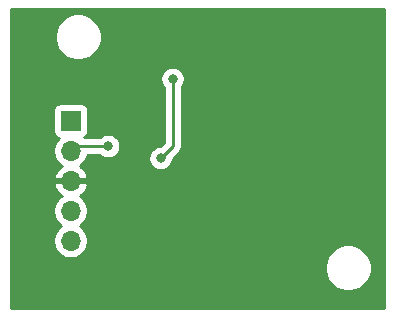
<source format=gbr>
%TF.GenerationSoftware,KiCad,Pcbnew,5.1.6-c6e7f7d~87~ubuntu18.04.1*%
%TF.CreationDate,2021-12-13T20:44:13-08:00*%
%TF.ProjectId,non-contact-voltage-sensor,6e6f6e2d-636f-46e7-9461-63742d766f6c,rev?*%
%TF.SameCoordinates,Original*%
%TF.FileFunction,Copper,L2,Bot*%
%TF.FilePolarity,Positive*%
%FSLAX46Y46*%
G04 Gerber Fmt 4.6, Leading zero omitted, Abs format (unit mm)*
G04 Created by KiCad (PCBNEW 5.1.6-c6e7f7d~87~ubuntu18.04.1) date 2021-12-13 20:44:13*
%MOMM*%
%LPD*%
G01*
G04 APERTURE LIST*
%TA.AperFunction,ComponentPad*%
%ADD10O,1.700000X1.700000*%
%TD*%
%TA.AperFunction,ComponentPad*%
%ADD11R,1.700000X1.700000*%
%TD*%
%TA.AperFunction,ViaPad*%
%ADD12C,0.800000*%
%TD*%
%TA.AperFunction,Conductor*%
%ADD13C,0.250000*%
%TD*%
%TA.AperFunction,Conductor*%
%ADD14C,0.254000*%
%TD*%
G04 APERTURE END LIST*
D10*
%TO.P,J1,5*%
%TO.N,/Coil*%
X149225000Y-104140000D03*
%TO.P,J1,4*%
%TO.N,+9V*%
X149225000Y-101600000D03*
%TO.P,J1,3*%
%TO.N,GND*%
X149225000Y-99060000D03*
%TO.P,J1,2*%
%TO.N,/SP+*%
X149225000Y-96520000D03*
D11*
%TO.P,J1,1*%
%TO.N,/SP-*%
X149225000Y-93980000D03*
%TD*%
D12*
%TO.N,Net-(C1-Pad1)*%
X157861000Y-90424000D03*
X156845000Y-97155000D03*
%TO.N,/SP+*%
X152400000Y-96139000D03*
%TD*%
D13*
%TO.N,Net-(C1-Pad1)*%
X157861000Y-96139000D02*
X156845000Y-97155000D01*
X157861000Y-90424000D02*
X157861000Y-96139000D01*
%TO.N,/SP+*%
X149606000Y-96139000D02*
X149225000Y-96520000D01*
X152400000Y-96139000D02*
X149606000Y-96139000D01*
%TD*%
D14*
%TO.N,GND*%
G36*
X175743000Y-109830000D02*
G01*
X144170000Y-109830000D01*
X144170000Y-106230495D01*
X170735000Y-106230495D01*
X170735000Y-106621505D01*
X170811282Y-107005003D01*
X170960915Y-107366250D01*
X171178149Y-107691364D01*
X171454636Y-107967851D01*
X171779750Y-108185085D01*
X172140997Y-108334718D01*
X172524495Y-108411000D01*
X172915505Y-108411000D01*
X173299003Y-108334718D01*
X173660250Y-108185085D01*
X173985364Y-107967851D01*
X174261851Y-107691364D01*
X174479085Y-107366250D01*
X174628718Y-107005003D01*
X174705000Y-106621505D01*
X174705000Y-106230495D01*
X174628718Y-105846997D01*
X174479085Y-105485750D01*
X174261851Y-105160636D01*
X173985364Y-104884149D01*
X173660250Y-104666915D01*
X173299003Y-104517282D01*
X172915505Y-104441000D01*
X172524495Y-104441000D01*
X172140997Y-104517282D01*
X171779750Y-104666915D01*
X171454636Y-104884149D01*
X171178149Y-105160636D01*
X170960915Y-105485750D01*
X170811282Y-105846997D01*
X170735000Y-106230495D01*
X144170000Y-106230495D01*
X144170000Y-101453740D01*
X147740000Y-101453740D01*
X147740000Y-101746260D01*
X147797068Y-102033158D01*
X147909010Y-102303411D01*
X148071525Y-102546632D01*
X148278368Y-102753475D01*
X148452760Y-102870000D01*
X148278368Y-102986525D01*
X148071525Y-103193368D01*
X147909010Y-103436589D01*
X147797068Y-103706842D01*
X147740000Y-103993740D01*
X147740000Y-104286260D01*
X147797068Y-104573158D01*
X147909010Y-104843411D01*
X148071525Y-105086632D01*
X148278368Y-105293475D01*
X148521589Y-105455990D01*
X148791842Y-105567932D01*
X149078740Y-105625000D01*
X149371260Y-105625000D01*
X149658158Y-105567932D01*
X149928411Y-105455990D01*
X150171632Y-105293475D01*
X150378475Y-105086632D01*
X150540990Y-104843411D01*
X150652932Y-104573158D01*
X150710000Y-104286260D01*
X150710000Y-103993740D01*
X150652932Y-103706842D01*
X150540990Y-103436589D01*
X150378475Y-103193368D01*
X150171632Y-102986525D01*
X149997240Y-102870000D01*
X150171632Y-102753475D01*
X150378475Y-102546632D01*
X150540990Y-102303411D01*
X150652932Y-102033158D01*
X150710000Y-101746260D01*
X150710000Y-101453740D01*
X150652932Y-101166842D01*
X150540990Y-100896589D01*
X150378475Y-100653368D01*
X150171632Y-100446525D01*
X149989466Y-100324805D01*
X150106355Y-100255178D01*
X150322588Y-100060269D01*
X150496641Y-99826920D01*
X150621825Y-99564099D01*
X150666476Y-99416890D01*
X150545155Y-99187000D01*
X149352000Y-99187000D01*
X149352000Y-99207000D01*
X149098000Y-99207000D01*
X149098000Y-99187000D01*
X147904845Y-99187000D01*
X147783524Y-99416890D01*
X147828175Y-99564099D01*
X147953359Y-99826920D01*
X148127412Y-100060269D01*
X148343645Y-100255178D01*
X148460534Y-100324805D01*
X148278368Y-100446525D01*
X148071525Y-100653368D01*
X147909010Y-100896589D01*
X147797068Y-101166842D01*
X147740000Y-101453740D01*
X144170000Y-101453740D01*
X144170000Y-93130000D01*
X147736928Y-93130000D01*
X147736928Y-94830000D01*
X147749188Y-94954482D01*
X147785498Y-95074180D01*
X147844463Y-95184494D01*
X147923815Y-95281185D01*
X148020506Y-95360537D01*
X148130820Y-95419502D01*
X148203380Y-95441513D01*
X148071525Y-95573368D01*
X147909010Y-95816589D01*
X147797068Y-96086842D01*
X147740000Y-96373740D01*
X147740000Y-96666260D01*
X147797068Y-96953158D01*
X147909010Y-97223411D01*
X148071525Y-97466632D01*
X148278368Y-97673475D01*
X148460534Y-97795195D01*
X148343645Y-97864822D01*
X148127412Y-98059731D01*
X147953359Y-98293080D01*
X147828175Y-98555901D01*
X147783524Y-98703110D01*
X147904845Y-98933000D01*
X149098000Y-98933000D01*
X149098000Y-98913000D01*
X149352000Y-98913000D01*
X149352000Y-98933000D01*
X150545155Y-98933000D01*
X150666476Y-98703110D01*
X150621825Y-98555901D01*
X150496641Y-98293080D01*
X150322588Y-98059731D01*
X150106355Y-97864822D01*
X149989466Y-97795195D01*
X150171632Y-97673475D01*
X150378475Y-97466632D01*
X150540990Y-97223411D01*
X150652932Y-96953158D01*
X150663705Y-96899000D01*
X151696289Y-96899000D01*
X151740226Y-96942937D01*
X151909744Y-97056205D01*
X152098102Y-97134226D01*
X152298061Y-97174000D01*
X152501939Y-97174000D01*
X152701898Y-97134226D01*
X152890256Y-97056205D01*
X152894961Y-97053061D01*
X155810000Y-97053061D01*
X155810000Y-97256939D01*
X155849774Y-97456898D01*
X155927795Y-97645256D01*
X156041063Y-97814774D01*
X156185226Y-97958937D01*
X156354744Y-98072205D01*
X156543102Y-98150226D01*
X156743061Y-98190000D01*
X156946939Y-98190000D01*
X157146898Y-98150226D01*
X157335256Y-98072205D01*
X157504774Y-97958937D01*
X157648937Y-97814774D01*
X157762205Y-97645256D01*
X157840226Y-97456898D01*
X157880000Y-97256939D01*
X157880000Y-97194801D01*
X158372003Y-96702799D01*
X158401001Y-96679001D01*
X158441826Y-96629256D01*
X158495974Y-96563277D01*
X158566546Y-96431247D01*
X158583990Y-96373740D01*
X158610003Y-96287986D01*
X158621000Y-96176333D01*
X158621000Y-96176323D01*
X158624676Y-96139000D01*
X158621000Y-96101678D01*
X158621000Y-91127711D01*
X158664937Y-91083774D01*
X158778205Y-90914256D01*
X158856226Y-90725898D01*
X158896000Y-90525939D01*
X158896000Y-90322061D01*
X158856226Y-90122102D01*
X158778205Y-89933744D01*
X158664937Y-89764226D01*
X158520774Y-89620063D01*
X158351256Y-89506795D01*
X158162898Y-89428774D01*
X157962939Y-89389000D01*
X157759061Y-89389000D01*
X157559102Y-89428774D01*
X157370744Y-89506795D01*
X157201226Y-89620063D01*
X157057063Y-89764226D01*
X156943795Y-89933744D01*
X156865774Y-90122102D01*
X156826000Y-90322061D01*
X156826000Y-90525939D01*
X156865774Y-90725898D01*
X156943795Y-90914256D01*
X157057063Y-91083774D01*
X157101000Y-91127711D01*
X157101001Y-95824197D01*
X156805199Y-96120000D01*
X156743061Y-96120000D01*
X156543102Y-96159774D01*
X156354744Y-96237795D01*
X156185226Y-96351063D01*
X156041063Y-96495226D01*
X155927795Y-96664744D01*
X155849774Y-96853102D01*
X155810000Y-97053061D01*
X152894961Y-97053061D01*
X153059774Y-96942937D01*
X153203937Y-96798774D01*
X153317205Y-96629256D01*
X153395226Y-96440898D01*
X153435000Y-96240939D01*
X153435000Y-96037061D01*
X153395226Y-95837102D01*
X153317205Y-95648744D01*
X153203937Y-95479226D01*
X153059774Y-95335063D01*
X152890256Y-95221795D01*
X152701898Y-95143774D01*
X152501939Y-95104000D01*
X152298061Y-95104000D01*
X152098102Y-95143774D01*
X151909744Y-95221795D01*
X151740226Y-95335063D01*
X151696289Y-95379000D01*
X150394953Y-95379000D01*
X150429494Y-95360537D01*
X150526185Y-95281185D01*
X150605537Y-95184494D01*
X150664502Y-95074180D01*
X150700812Y-94954482D01*
X150713072Y-94830000D01*
X150713072Y-93130000D01*
X150700812Y-93005518D01*
X150664502Y-92885820D01*
X150605537Y-92775506D01*
X150526185Y-92678815D01*
X150429494Y-92599463D01*
X150319180Y-92540498D01*
X150199482Y-92504188D01*
X150075000Y-92491928D01*
X148375000Y-92491928D01*
X148250518Y-92504188D01*
X148130820Y-92540498D01*
X148020506Y-92599463D01*
X147923815Y-92678815D01*
X147844463Y-92775506D01*
X147785498Y-92885820D01*
X147749188Y-93005518D01*
X147736928Y-93130000D01*
X144170000Y-93130000D01*
X144170000Y-86672495D01*
X147875000Y-86672495D01*
X147875000Y-87063505D01*
X147951282Y-87447003D01*
X148100915Y-87808250D01*
X148318149Y-88133364D01*
X148594636Y-88409851D01*
X148919750Y-88627085D01*
X149280997Y-88776718D01*
X149664495Y-88853000D01*
X150055505Y-88853000D01*
X150439003Y-88776718D01*
X150800250Y-88627085D01*
X151125364Y-88409851D01*
X151401851Y-88133364D01*
X151619085Y-87808250D01*
X151768718Y-87447003D01*
X151845000Y-87063505D01*
X151845000Y-86672495D01*
X151768718Y-86288997D01*
X151619085Y-85927750D01*
X151401851Y-85602636D01*
X151125364Y-85326149D01*
X150800250Y-85108915D01*
X150439003Y-84959282D01*
X150055505Y-84883000D01*
X149664495Y-84883000D01*
X149280997Y-84959282D01*
X148919750Y-85108915D01*
X148594636Y-85326149D01*
X148318149Y-85602636D01*
X148100915Y-85927750D01*
X147951282Y-86288997D01*
X147875000Y-86672495D01*
X144170000Y-86672495D01*
X144170000Y-84480000D01*
X175743001Y-84480000D01*
X175743000Y-109830000D01*
G37*
X175743000Y-109830000D02*
X144170000Y-109830000D01*
X144170000Y-106230495D01*
X170735000Y-106230495D01*
X170735000Y-106621505D01*
X170811282Y-107005003D01*
X170960915Y-107366250D01*
X171178149Y-107691364D01*
X171454636Y-107967851D01*
X171779750Y-108185085D01*
X172140997Y-108334718D01*
X172524495Y-108411000D01*
X172915505Y-108411000D01*
X173299003Y-108334718D01*
X173660250Y-108185085D01*
X173985364Y-107967851D01*
X174261851Y-107691364D01*
X174479085Y-107366250D01*
X174628718Y-107005003D01*
X174705000Y-106621505D01*
X174705000Y-106230495D01*
X174628718Y-105846997D01*
X174479085Y-105485750D01*
X174261851Y-105160636D01*
X173985364Y-104884149D01*
X173660250Y-104666915D01*
X173299003Y-104517282D01*
X172915505Y-104441000D01*
X172524495Y-104441000D01*
X172140997Y-104517282D01*
X171779750Y-104666915D01*
X171454636Y-104884149D01*
X171178149Y-105160636D01*
X170960915Y-105485750D01*
X170811282Y-105846997D01*
X170735000Y-106230495D01*
X144170000Y-106230495D01*
X144170000Y-101453740D01*
X147740000Y-101453740D01*
X147740000Y-101746260D01*
X147797068Y-102033158D01*
X147909010Y-102303411D01*
X148071525Y-102546632D01*
X148278368Y-102753475D01*
X148452760Y-102870000D01*
X148278368Y-102986525D01*
X148071525Y-103193368D01*
X147909010Y-103436589D01*
X147797068Y-103706842D01*
X147740000Y-103993740D01*
X147740000Y-104286260D01*
X147797068Y-104573158D01*
X147909010Y-104843411D01*
X148071525Y-105086632D01*
X148278368Y-105293475D01*
X148521589Y-105455990D01*
X148791842Y-105567932D01*
X149078740Y-105625000D01*
X149371260Y-105625000D01*
X149658158Y-105567932D01*
X149928411Y-105455990D01*
X150171632Y-105293475D01*
X150378475Y-105086632D01*
X150540990Y-104843411D01*
X150652932Y-104573158D01*
X150710000Y-104286260D01*
X150710000Y-103993740D01*
X150652932Y-103706842D01*
X150540990Y-103436589D01*
X150378475Y-103193368D01*
X150171632Y-102986525D01*
X149997240Y-102870000D01*
X150171632Y-102753475D01*
X150378475Y-102546632D01*
X150540990Y-102303411D01*
X150652932Y-102033158D01*
X150710000Y-101746260D01*
X150710000Y-101453740D01*
X150652932Y-101166842D01*
X150540990Y-100896589D01*
X150378475Y-100653368D01*
X150171632Y-100446525D01*
X149989466Y-100324805D01*
X150106355Y-100255178D01*
X150322588Y-100060269D01*
X150496641Y-99826920D01*
X150621825Y-99564099D01*
X150666476Y-99416890D01*
X150545155Y-99187000D01*
X149352000Y-99187000D01*
X149352000Y-99207000D01*
X149098000Y-99207000D01*
X149098000Y-99187000D01*
X147904845Y-99187000D01*
X147783524Y-99416890D01*
X147828175Y-99564099D01*
X147953359Y-99826920D01*
X148127412Y-100060269D01*
X148343645Y-100255178D01*
X148460534Y-100324805D01*
X148278368Y-100446525D01*
X148071525Y-100653368D01*
X147909010Y-100896589D01*
X147797068Y-101166842D01*
X147740000Y-101453740D01*
X144170000Y-101453740D01*
X144170000Y-93130000D01*
X147736928Y-93130000D01*
X147736928Y-94830000D01*
X147749188Y-94954482D01*
X147785498Y-95074180D01*
X147844463Y-95184494D01*
X147923815Y-95281185D01*
X148020506Y-95360537D01*
X148130820Y-95419502D01*
X148203380Y-95441513D01*
X148071525Y-95573368D01*
X147909010Y-95816589D01*
X147797068Y-96086842D01*
X147740000Y-96373740D01*
X147740000Y-96666260D01*
X147797068Y-96953158D01*
X147909010Y-97223411D01*
X148071525Y-97466632D01*
X148278368Y-97673475D01*
X148460534Y-97795195D01*
X148343645Y-97864822D01*
X148127412Y-98059731D01*
X147953359Y-98293080D01*
X147828175Y-98555901D01*
X147783524Y-98703110D01*
X147904845Y-98933000D01*
X149098000Y-98933000D01*
X149098000Y-98913000D01*
X149352000Y-98913000D01*
X149352000Y-98933000D01*
X150545155Y-98933000D01*
X150666476Y-98703110D01*
X150621825Y-98555901D01*
X150496641Y-98293080D01*
X150322588Y-98059731D01*
X150106355Y-97864822D01*
X149989466Y-97795195D01*
X150171632Y-97673475D01*
X150378475Y-97466632D01*
X150540990Y-97223411D01*
X150652932Y-96953158D01*
X150663705Y-96899000D01*
X151696289Y-96899000D01*
X151740226Y-96942937D01*
X151909744Y-97056205D01*
X152098102Y-97134226D01*
X152298061Y-97174000D01*
X152501939Y-97174000D01*
X152701898Y-97134226D01*
X152890256Y-97056205D01*
X152894961Y-97053061D01*
X155810000Y-97053061D01*
X155810000Y-97256939D01*
X155849774Y-97456898D01*
X155927795Y-97645256D01*
X156041063Y-97814774D01*
X156185226Y-97958937D01*
X156354744Y-98072205D01*
X156543102Y-98150226D01*
X156743061Y-98190000D01*
X156946939Y-98190000D01*
X157146898Y-98150226D01*
X157335256Y-98072205D01*
X157504774Y-97958937D01*
X157648937Y-97814774D01*
X157762205Y-97645256D01*
X157840226Y-97456898D01*
X157880000Y-97256939D01*
X157880000Y-97194801D01*
X158372003Y-96702799D01*
X158401001Y-96679001D01*
X158441826Y-96629256D01*
X158495974Y-96563277D01*
X158566546Y-96431247D01*
X158583990Y-96373740D01*
X158610003Y-96287986D01*
X158621000Y-96176333D01*
X158621000Y-96176323D01*
X158624676Y-96139000D01*
X158621000Y-96101678D01*
X158621000Y-91127711D01*
X158664937Y-91083774D01*
X158778205Y-90914256D01*
X158856226Y-90725898D01*
X158896000Y-90525939D01*
X158896000Y-90322061D01*
X158856226Y-90122102D01*
X158778205Y-89933744D01*
X158664937Y-89764226D01*
X158520774Y-89620063D01*
X158351256Y-89506795D01*
X158162898Y-89428774D01*
X157962939Y-89389000D01*
X157759061Y-89389000D01*
X157559102Y-89428774D01*
X157370744Y-89506795D01*
X157201226Y-89620063D01*
X157057063Y-89764226D01*
X156943795Y-89933744D01*
X156865774Y-90122102D01*
X156826000Y-90322061D01*
X156826000Y-90525939D01*
X156865774Y-90725898D01*
X156943795Y-90914256D01*
X157057063Y-91083774D01*
X157101000Y-91127711D01*
X157101001Y-95824197D01*
X156805199Y-96120000D01*
X156743061Y-96120000D01*
X156543102Y-96159774D01*
X156354744Y-96237795D01*
X156185226Y-96351063D01*
X156041063Y-96495226D01*
X155927795Y-96664744D01*
X155849774Y-96853102D01*
X155810000Y-97053061D01*
X152894961Y-97053061D01*
X153059774Y-96942937D01*
X153203937Y-96798774D01*
X153317205Y-96629256D01*
X153395226Y-96440898D01*
X153435000Y-96240939D01*
X153435000Y-96037061D01*
X153395226Y-95837102D01*
X153317205Y-95648744D01*
X153203937Y-95479226D01*
X153059774Y-95335063D01*
X152890256Y-95221795D01*
X152701898Y-95143774D01*
X152501939Y-95104000D01*
X152298061Y-95104000D01*
X152098102Y-95143774D01*
X151909744Y-95221795D01*
X151740226Y-95335063D01*
X151696289Y-95379000D01*
X150394953Y-95379000D01*
X150429494Y-95360537D01*
X150526185Y-95281185D01*
X150605537Y-95184494D01*
X150664502Y-95074180D01*
X150700812Y-94954482D01*
X150713072Y-94830000D01*
X150713072Y-93130000D01*
X150700812Y-93005518D01*
X150664502Y-92885820D01*
X150605537Y-92775506D01*
X150526185Y-92678815D01*
X150429494Y-92599463D01*
X150319180Y-92540498D01*
X150199482Y-92504188D01*
X150075000Y-92491928D01*
X148375000Y-92491928D01*
X148250518Y-92504188D01*
X148130820Y-92540498D01*
X148020506Y-92599463D01*
X147923815Y-92678815D01*
X147844463Y-92775506D01*
X147785498Y-92885820D01*
X147749188Y-93005518D01*
X147736928Y-93130000D01*
X144170000Y-93130000D01*
X144170000Y-86672495D01*
X147875000Y-86672495D01*
X147875000Y-87063505D01*
X147951282Y-87447003D01*
X148100915Y-87808250D01*
X148318149Y-88133364D01*
X148594636Y-88409851D01*
X148919750Y-88627085D01*
X149280997Y-88776718D01*
X149664495Y-88853000D01*
X150055505Y-88853000D01*
X150439003Y-88776718D01*
X150800250Y-88627085D01*
X151125364Y-88409851D01*
X151401851Y-88133364D01*
X151619085Y-87808250D01*
X151768718Y-87447003D01*
X151845000Y-87063505D01*
X151845000Y-86672495D01*
X151768718Y-86288997D01*
X151619085Y-85927750D01*
X151401851Y-85602636D01*
X151125364Y-85326149D01*
X150800250Y-85108915D01*
X150439003Y-84959282D01*
X150055505Y-84883000D01*
X149664495Y-84883000D01*
X149280997Y-84959282D01*
X148919750Y-85108915D01*
X148594636Y-85326149D01*
X148318149Y-85602636D01*
X148100915Y-85927750D01*
X147951282Y-86288997D01*
X147875000Y-86672495D01*
X144170000Y-86672495D01*
X144170000Y-84480000D01*
X175743001Y-84480000D01*
X175743000Y-109830000D01*
%TD*%
M02*

</source>
